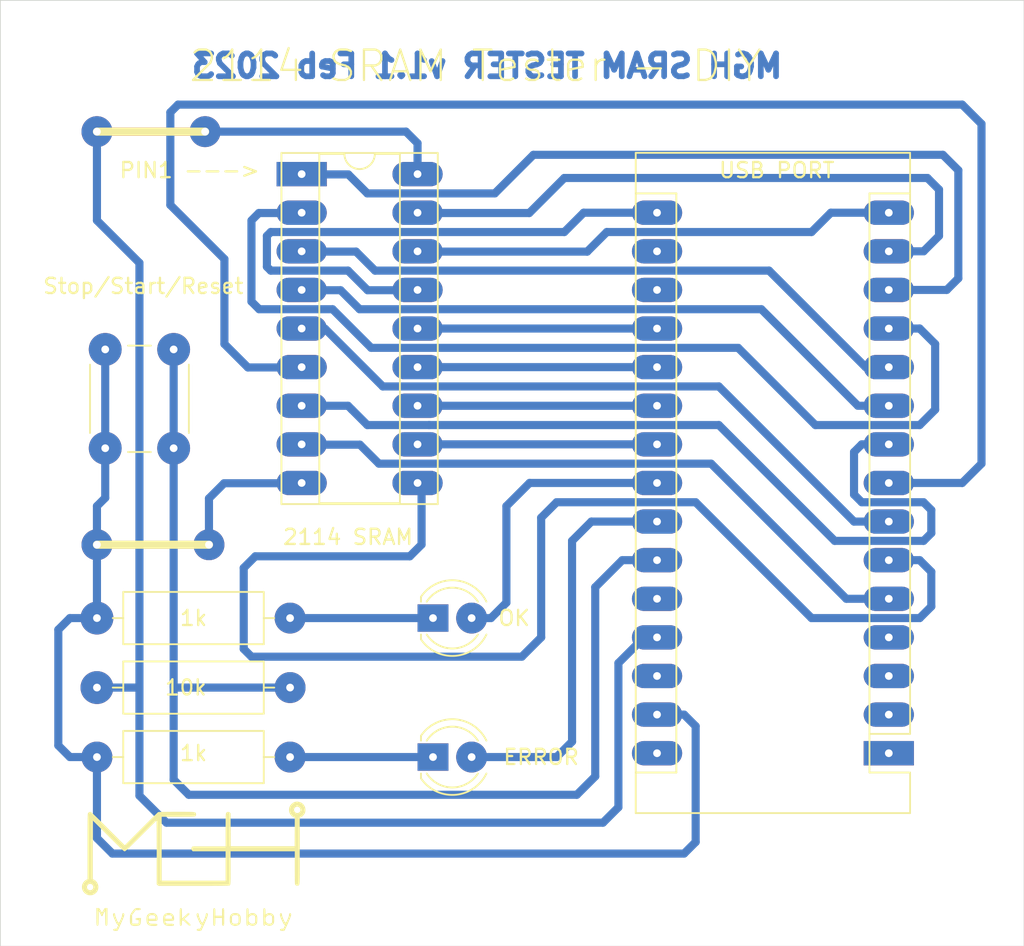
<source format=kicad_pcb>
(kicad_pcb (version 20211014) (generator pcbnew)
  (layers (0 "F.Cu" signal) (31 "B.Cu" signal) (34 "B.Paste" user) (35 "F.Paste" user) (36 "B.SilkS" user "B.Silkscreen") (37 "F.SilkS" user "F.Silkscreen") (38 "B.Mask" user) (39 "F.Mask" user) (44 "Edge.Cuts" user))
  (net 0 "")
  (net 1 "SRAM_A9")
  (net 2 "SRAM_A8")
  (net 4 "SRAM_A7")
  (net 5 "GND")
  (net 6 "SRAM_A6")
  (net 8 "SRAM_A5")
  (net 9 "5vPower")
  (net 10 "SRAM_A4")
  (net 12 "SRAM_A3")
  (net 13 "SRAM_A2")
  (net 14 "Red_LED")
  (net 15 "SRAM_A1")
  (net 16 "Green_LED")
  (net 17 "SRAM_A0")
  (net 18 "Data_4")
  (net 19 "Write_Enable")
  (net 20 "Data_3")
  (net 21 "Chip_Select")
  (net 22 "Data_2")
  (net 23 "Data_1")
  (net 29 "Net-(D1-Pad1)")
  (net 30 "Net-(D2-Pad1)")
  (net 31 "Switch")
  (footprint "LED_THT:LED_D4.0mm" (layer "F.Cu") (at 119.38 99.568)
    (fp_text reference "D1" hide)
    (fp_text value "RED LED")
    (pad "1" thru_hole rect locked (at 0 0) (size 2.032 1.8) (drill 0.508) (layers *.Cu *.Mask) (net 29 "Net-(D1-Pad1)"))
    (pad "2" thru_hole circle locked (at 2.54 0) (size 2.032 2.032) (drill 0.508) (layers *.Cu *.Mask) (net 14 "Red_LED"))
  )
  (footprint "LED_THT:LED_D4.0mm" (layer "F.Cu") (at 119.38 90.424)
    (fp_text reference "D2" hide)
    (fp_text value "GREEN LED")
    (pad "1" thru_hole rect locked (at 0 0) (size 2.032 1.8) (drill 0.508) (layers *.Cu *.Mask) (net 30 "Net-(D2-Pad1)"))
    (pad "2" thru_hole circle locked (at 2.54 0) (size 2.032 2.032) (drill 0.508) (layers *.Cu *.Mask) (net 16 "Green_LED"))
  )
  (footprint "Package_DIP:DIP-18_W7.62mm_Socket" (layer "F.Cu") (at 110.744 61.214)
    (fp_text reference "J1" hide)
    (fp_text value "Conn_02x09_Counter_Clockwise")
    (pad "1" thru_hole rect (at 0 0) (size 3.302 1.6) (drill 0.508) (layers *.Cu *.Mask) (net 6 "SRAM_A6"))
    (pad "2" thru_hole oval (at 0 2.54) (size 3.302 1.6) (drill 0.508) (layers *.Cu *.Mask) (net 8 "SRAM_A5"))
    (pad "3" thru_hole oval (at 0 5.08) (size 3.302 1.6) (drill 0.508) (layers *.Cu *.Mask) (net 10 "SRAM_A4"))
    (pad "4" thru_hole oval (at 0 7.62) (size 3.302 1.6) (drill 0.508) (layers *.Cu *.Mask) (net 12 "SRAM_A3"))
    (pad "5" thru_hole oval (at 0 10.16) (size 3.302 1.6) (drill 0.508) (layers *.Cu *.Mask) (net 17 "SRAM_A0"))
    (pad "6" thru_hole oval (at 0 12.7) (size 3.302 1.6) (drill 0.508) (layers *.Cu *.Mask) (net 15 "SRAM_A1"))
    (pad "7" thru_hole oval (at 0 15.24) (size 3.302 1.6) (drill 0.508) (layers *.Cu *.Mask) (net 13 "SRAM_A2"))
    (pad "8" thru_hole oval (at 0 17.78) (size 3.302 1.6) (drill 0.508) (layers *.Cu *.Mask) (net 21 "Chip_Select"))
    (pad "9" thru_hole oval (at 0 20.32) (size 3.302 1.6) (drill 0.508) (layers *.Cu *.Mask) (net 5 "GND"))
    (pad "10" thru_hole oval (at 7.62 20.32) (size 3.302 1.6) (drill 0.508) (layers *.Cu *.Mask) (net 19 "Write_Enable"))
    (pad "11" thru_hole oval (at 7.62 17.78) (size 3.302 1.6) (drill 0.508) (layers *.Cu *.Mask) (net 18 "Data_4"))
    (pad "12" thru_hole oval (at 7.62 15.24) (size 3.302 1.6) (drill 0.508) (layers *.Cu *.Mask) (net 20 "Data_3"))
    (pad "13" thru_hole oval (at 7.62 12.7) (size 3.302 1.6) (drill 0.508) (layers *.Cu *.Mask) (net 22 "Data_2"))
    (pad "14" thru_hole oval (at 7.62 10.16) (size 3.302 1.6) (drill 0.508) (layers *.Cu *.Mask) (net 23 "Data_1"))
    (pad "15" thru_hole oval (at 7.62 7.62) (size 3.302 1.6) (drill 0.508) (layers *.Cu *.Mask) (net 1 "SRAM_A9"))
    (pad "16" thru_hole oval (at 7.62 5.08) (size 3.302 1.6) (drill 0.508) (layers *.Cu *.Mask) (net 2 "SRAM_A8"))
    (pad "17" thru_hole oval (at 7.62 2.54) (size 3.302 1.6) (drill 0.508) (layers *.Cu *.Mask) (net 4 "SRAM_A7"))
    (pad "18" thru_hole oval (at 7.62 0) (size 3.302 1.6) (drill 0.508) (layers *.Cu *.Mask) (net 9 "5vPower"))
  )
  (footprint "Module:Arduino_Nano" (layer "F.Cu") (at 149.352 99.314 180)
    (fp_text reference "A1" hide)
    (fp_text value "Arduino_Nano_v3.x")
    (pad "1" thru_hole rect (at 0 0 180) (size 3.302 1.6) (drill 0.508) (layers *.Cu *.Mask))
    (pad "2" thru_hole oval (at 0 2.54 180) (size 3.302 1.6) (drill 0.508) (layers *.Cu *.Mask))
    (pad "3" thru_hole oval (at 0 5.08 180) (size 3.302 1.6) (drill 0.508) (layers *.Cu *.Mask))
    (pad "4" thru_hole oval (at 0 7.62 180) (size 3.302 1.6) (drill 0.508) (layers *.Cu *.Mask))
    (pad "5" thru_hole oval (at 0 10.16 180) (size 3.302 1.6) (drill 0.508) (layers *.Cu *.Mask) (net 21 "Chip_Select"))
    (pad "6" thru_hole oval (at 0 12.7 180) (size 3.302 1.6) (drill 0.508) (layers *.Cu *.Mask) (net 19 "Write_Enable"))
    (pad "7" thru_hole oval (at 0 15.24 180) (size 3.302 1.6) (drill 0.508) (layers *.Cu *.Mask) (net 17 "SRAM_A0"))
    (pad "8" thru_hole oval (at 0 17.78 180) (size 3.302 1.6) (drill 0.508) (layers *.Cu *.Mask) (net 15 "SRAM_A1"))
    (pad "9" thru_hole oval (at 0 20.32 180) (size 3.302 1.6) (drill 0.508) (layers *.Cu *.Mask) (net 13 "SRAM_A2"))
    (pad "10" thru_hole oval (at 0 22.86 180) (size 3.302 1.6) (drill 0.508) (layers *.Cu *.Mask) (net 12 "SRAM_A3"))
    (pad "11" thru_hole oval (at 0 25.4 180) (size 3.302 1.6) (drill 0.508) (layers *.Cu *.Mask) (net 10 "SRAM_A4"))
    (pad "12" thru_hole oval (at 0 27.94 180) (size 3.302 1.6) (drill 0.508) (layers *.Cu *.Mask) (net 8 "SRAM_A5"))
    (pad "13" thru_hole oval (at 0 30.48 180) (size 3.302 1.6) (drill 0.508) (layers *.Cu *.Mask) (net 6 "SRAM_A6"))
    (pad "14" thru_hole oval (at 0 33.02 180) (size 3.302 1.6) (drill 0.508) (layers *.Cu *.Mask) (net 4 "SRAM_A7"))
    (pad "15" thru_hole oval (at 0 35.56 180) (size 3.302 1.6) (drill 0.508) (layers *.Cu *.Mask) (net 2 "SRAM_A8"))
    (pad "16" thru_hole oval (at 15.24 35.56 180) (size 3.302 1.6) (drill 0.508) (layers *.Cu *.Mask) (net 1 "SRAM_A9"))
    (pad "17" thru_hole oval (at 15.24 33.02 180) (size 3.302 1.6) (drill 0.508) (layers *.Cu *.Mask))
    (pad "18" thru_hole oval (at 15.24 30.48 180) (size 3.302 1.6) (drill 0.508) (layers *.Cu *.Mask))
    (pad "19" thru_hole oval (at 15.24 27.94 180) (size 3.302 1.6) (drill 0.508) (layers *.Cu *.Mask) (net 23 "Data_1"))
    (pad "20" thru_hole oval (at 15.24 25.4 180) (size 3.302 1.6) (drill 0.508) (layers *.Cu *.Mask) (net 22 "Data_2"))
    (pad "21" thru_hole oval (at 15.24 22.86 180) (size 3.302 1.6) (drill 0.508) (layers *.Cu *.Mask) (net 20 "Data_3"))
    (pad "22" thru_hole oval (at 15.24 20.32 180) (size 3.302 1.6) (drill 0.508) (layers *.Cu *.Mask) (net 18 "Data_4"))
    (pad "23" thru_hole oval (at 15.24 17.78 180) (size 3.302 1.6) (drill 0.508) (layers *.Cu *.Mask) (net 16 "Green_LED"))
    (pad "24" thru_hole oval (at 15.24 15.24 180) (size 3.302 1.6) (drill 0.508) (layers *.Cu *.Mask) (net 14 "Red_LED"))
    (pad "25" thru_hole oval (at 15.24 12.7 180) (size 3.302 1.6) (drill 0.508) (layers *.Cu *.Mask) (net 31 "Switch"))
    (pad "26" thru_hole oval (at 15.24 10.16 180) (size 3.302 1.6) (drill 0.508) (layers *.Cu *.Mask))
    (pad "27" thru_hole oval (at 15.24 7.62 180) (size 3.302 1.6) (drill 0.508) (layers *.Cu *.Mask) (net 9 "5vPower"))
    (pad "28" thru_hole oval (at 15.24 5.08 180) (size 3.302 1.6) (drill 0.508) (layers *.Cu *.Mask))
    (pad "29" thru_hole oval (at 15.24 2.54 180) (size 3.302 1.6) (drill 0.508) (layers *.Cu *.Mask) (net 5 "GND"))
    (pad "30" thru_hole oval (at 15.24 0 180) (size 3.302 1.6) (drill 0.508) (layers *.Cu *.Mask))
  )
  (footprint "Resistor_THT:R_Axial_DIN0309_L9.0mm_D3.2mm_P12.70mm_Horizontal" (layer "F.Cu") (at 97.282 99.568)
    (fp_text reference "R1" hide)
    (fp_text value "330Ohms")
    (pad "1" thru_hole circle locked (at 0 0) (size 2.032 2.032) (drill 0.508) (layers *.Cu *.Mask) (net 5 "GND"))
    (pad "2" thru_hole circle locked (at 12.7 0) (size 2.032 2.032) (drill 0.508) (layers *.Cu *.Mask) (net 29 "Net-(D1-Pad1)"))
  )
  (footprint "Resistor_THT:R_Axial_DIN0309_L9.0mm_D3.2mm_P12.70mm_Horizontal" (layer "F.Cu") (at 109.982 90.424 180)
    (fp_text reference "R2" hide)
    (fp_text value "330Ohms")
    (pad "1" thru_hole circle locked (at 0 0 180) (size 2.032 2.032) (drill 0.508) (layers *.Cu *.Mask) (net 30 "Net-(D2-Pad1)"))
    (pad "2" thru_hole circle locked (at 12.7 0 180) (size 2.159 2.159) (drill 0.508) (layers *.Cu *.Mask) (net 5 "GND"))
  )
  (footprint "Resistor_THT:R_Axial_DIN0309_L9.0mm_D3.2mm_P12.70mm_Horizontal" (layer "F.Cu") (at 109.982 94.996 180)
    (fp_text reference "R3" hide)
    (fp_text value "10K Ohms")
    (pad "1" thru_hole circle locked (at 0 0 180) (size 2.032 2.032) (drill 0.508) (layers *.Cu *.Mask) (net 31 "Switch"))
    (pad "2" thru_hole circle locked (at 12.7 0 180) (size 2.159 2.159) (drill 0.508) (layers *.Cu *.Mask) (net 9 "5vPower"))
  )
  (footprint "Button_Switch_THT:SW_PUSH_6mm" (layer "F.Cu") (at 97.826 79.248 90)
    (fp_text reference "SW1" hide)
    (fp_text value "SW_Push" hide)
    (pad "1" thru_hole circle locked (at 6.5 0 180) (size 2.159 2.159) (drill 0.508) (layers *.Cu *.Mask) (net 5 "GND"))
    (pad "1" thru_hole circle locked (at 0 0 180) (size 2.159 2.159) (drill 0.508) (layers *.Cu *.Mask) (net 5 "GND"))
    (pad "2" thru_hole circle locked (at 0 4.5 180) (size 2.159 2.159) (drill 0.508) (layers *.Cu *.Mask) (net 31 "Switch"))
    (pad "2" thru_hole circle locked (at 6.5 4.5 180) (size 2.159 2.159) (drill 0.508) (layers *.Cu *.Mask) (net 31 "Switch"))
  )
  (footprint "LOGO" (layer "F.Cu") (at 103.632 107.188)
    (fp_text reference "G***" hide)
    (fp_text value "LOGO" hide)
  )
  (gr_line (start 97.282 85.598) (end 104.648 85.598) (layer "F.SilkS") (width 0.5334))
  (gr_line (start 97.282 58.42) (end 104.394 58.42) (layer "F.SilkS") (width 0.5334))
  (gr_line (start 90.932 49.784) (end 158.242 49.784) (layer "Edge.Cuts") (width 0.05))
  (gr_line (start 158.242 49.784) (end 158.242 112.014) (layer "Edge.Cuts") (width 0.05))
  (gr_line (start 158.242 112.014) (end 90.932 112.014) (layer "Edge.Cuts") (width 0.05))
  (gr_line (start 90.932 112.014) (end 90.932 49.784) (layer "Edge.Cuts") (width 0.05))
  (gr_text "MGH SRAM TESTER v1.1 Feb 2023" (at 122.936 54.102) (layer "B.Cu") (effects (font (size 1.5 1.5) (thickness 0.375)) (justify mirror)))
  (gr_text "1k" (at 103.632 99.314) (layer "F.SilkS") (effects (font (size 1 1))))
  (gr_text "PIN1 --->" (at 103.378 60.96) (layer "F.SilkS") (effects (font (size 1 1))))
  (gr_text "Stop/Start/Reset" (at 100.33 68.58) (layer "F.SilkS") (effects (font (size 1 1))))
  (gr_text "ERROR" (at 126.492 99.568) (layer "F.SilkS") (effects (font (size 1 1))))
  (gr_text "2114 SRAM Tester - DIY" (at 122.174 54.102) (layer "F.SilkS") (effects (font (size 2 2))))
  (gr_text "USB PORT\n" (at 141.986 60.96) (layer "F.SilkS") (effects (font (size 1 1))))
  (gr_text "10k" (at 103.124 94.996) (layer "F.SilkS") (effects (font (size 1 1))))
  (gr_text "2114 SRAM" (at 113.792 85.09) (layer "F.SilkS") (effects (font (size 1 1))))
  (gr_text "1k\n" (at 103.632 90.424) (layer "F.SilkS") (effects (font (size 1 1))))
  (gr_text "OK" (at 124.714 90.424) (layer "F.SilkS") (effects (font (size 1 1))))
  (segment (start 113.792 67.564) (end 108.712 67.564) (width 0.5334) (layer "B.Cu") (net 1))
  (segment (start 108.458 67.31) (end 108.458 65.278) (width 0.5334) (layer "B.Cu") (net 1))
  (segment (start 108.712 67.564) (end 108.458 67.31) (width 0.5334) (layer "B.Cu") (net 1))
  (segment (start 118.628 68.854) (end 115.082 68.854) (width 0.5334) (layer "B.Cu") (net 1))
  (segment (start 108.712 65.024) (end 128.016 65.024) (width 0.5334) (layer "B.Cu") (net 1))
  (segment (start 115.082 68.854) (end 113.792 67.564) (width 0.5334) (layer "B.Cu") (net 1))
  (segment (start 129.286 63.754) (end 134.112 63.754) (width 0.5334) (layer "B.Cu") (net 1))
  (segment (start 128.016 65.024) (end 129.286 63.754) (width 0.5334) (layer "B.Cu") (net 1))
  (segment (start 108.458 65.278) (end 108.712 65.024) (width 0.5334) (layer "B.Cu") (net 1))
  (segment (start 118.628 66.314) (end 129.52 66.314) (width 0.5334) (layer "B.Cu") (net 2))
  (segment (start 145.542 63.754) (end 149.352 63.754) (width 0.5334) (layer "B.Cu") (net 2))
  (segment (start 144.272 65.024) (end 145.542 63.754) (width 0.5334) (layer "B.Cu") (net 2))
  (segment (start 130.81 65.024) (end 144.272 65.024) (width 0.5334) (layer "B.Cu") (net 2))
  (segment (start 129.52 66.314) (end 130.81 65.024) (width 0.5334) (layer "B.Cu") (net 2))
  (segment (start 128.016 61.468) (end 151.892 61.468) (width 0.5334) (layer "B.Cu") (net 4))
  (segment (start 152.654 62.23) (end 152.654 65.278) (width 0.5334) (layer "B.Cu") (net 4))
  (segment (start 118.628 63.774) (end 125.71 63.774) (width 0.5334) (layer "B.Cu") (net 4))
  (segment (start 151.892 61.468) (end 152.654 62.23) (width 0.5334) (layer "B.Cu") (net 4))
  (segment (start 151.638 66.294) (end 149.352 66.294) (width 0.5334) (layer "B.Cu") (net 4))
  (segment (start 125.71 63.774) (end 128.016 61.468) (width 0.5334) (layer "B.Cu") (net 4))
  (segment (start 152.654 65.278) (end 151.638 66.294) (width 0.5334) (layer "B.Cu") (net 4))
  (segment (start 104.648 85.598) (end 97.282 85.598) (width 0.5334) (layer "F.Cu") (net 5))
  (via (at 97.282 85.598) (size 2.032) (drill 0.508) (layers "F.Cu" "B.Cu") (net 5))
  (via (at 104.648 85.598) (size 2.032) (drill 0.508) (layers "F.Cu" "B.Cu") (net 5))
  (segment (start 95.504 90.424) (end 97.282 90.424) (width 0.5334) (layer "B.Cu") (net 5))
  (segment (start 94.742 98.806) (end 94.742 91.186) (width 0.5334) (layer "B.Cu") (net 5))
  (segment (start 97.282 90.424) (end 97.282 85.598) (width 0.5334) (layer "B.Cu") (net 5))
  (segment (start 104.648 82.55) (end 104.648 85.598) (width 0.5334) (layer "B.Cu") (net 5))
  (segment (start 111.008 81.554) (end 105.644 81.554) (width 0.5334) (layer "B.Cu") (net 5))
  (segment (start 136.652 97.536) (end 136.652 105.156) (width 0.5334) (layer "B.Cu") (net 5))
  (segment (start 97.282 104.902) (end 97.282 99.568) (width 0.5334) (layer "B.Cu") (net 5))
  (segment (start 98.298 105.918) (end 97.282 104.902) (width 0.5334) (layer "B.Cu") (net 5))
  (segment (start 136.652 105.156) (end 135.89 105.918) (width 0.5334) (layer "B.Cu") (net 5))
  (segment (start 95.504 99.568) (end 94.742 98.806) (width 0.5334) (layer "B.Cu") (net 5))
  (segment (start 97.282 83.058) (end 97.282 85.598) (width 0.5334) (layer "B.Cu") (net 5))
  (segment (start 97.826 79.248) (end 97.826 72.748) (width 0.5334) (layer "B.Cu") (net 5))
  (segment (start 97.826 79.248) (end 97.826 82.514) (width 0.5334) (layer "B.Cu") (net 5))
  (segment (start 97.282 99.568) (end 95.504 99.568) (width 0.5334) (layer "B.Cu") (net 5))
  (segment (start 134.112 96.774) (end 135.89 96.774) (width 0.5334) (layer "B.Cu") (net 5))
  (segment (start 135.89 96.774) (end 136.652 97.536) (width 0.5334) (layer "B.Cu") (net 5))
  (segment (start 94.742 91.186) (end 95.504 90.424) (width 0.5334) (layer "B.Cu") (net 5))
  (segment (start 135.89 105.918) (end 98.298 105.918) (width 0.5334) (layer "B.Cu") (net 5))
  (segment (start 97.826 82.514) (end 97.282 83.058) (width 0.5334) (layer "B.Cu") (net 5))
  (segment (start 105.644 81.554) (end 104.648 82.55) (width 0.5334) (layer "B.Cu") (net 5))
  (segment (start 123.444 62.484) (end 125.984 59.944) (width 0.5334) (layer "B.Cu") (net 6))
  (segment (start 153.162 68.834) (end 149.352 68.834) (width 0.5334) (layer "B.Cu") (net 6))
  (segment (start 152.908 59.944) (end 153.924 60.96) (width 0.5334) (layer "B.Cu") (net 6))
  (segment (start 125.984 59.944) (end 152.908 59.944) (width 0.5334) (layer "B.Cu") (net 6))
  (segment (start 153.924 60.96) (end 153.924 68.072) (width 0.5334) (layer "B.Cu") (net 6))
  (segment (start 115.062 62.484) (end 123.444 62.484) (width 0.5334) (layer "B.Cu") (net 6))
  (segment (start 111.008 61.234) (end 113.812 61.234) (width 0.5334) (layer "B.Cu") (net 6))
  (segment (start 153.924 68.072) (end 153.162 68.834) (width 0.5334) (layer "B.Cu") (net 6))
  (segment (start 113.812 61.234) (end 115.062 62.484) (width 0.5334) (layer "B.Cu") (net 6))
  (segment (start 107.95 70.104) (end 112.776 70.104) (width 0.5334) (layer "B.Cu") (net 8))
  (segment (start 151.384 71.374) (end 149.352 71.374) (width 0.5334) (layer "B.Cu") (net 8))
  (segment (start 107.442 69.596) (end 107.95 70.104) (width 0.5334) (layer "B.Cu") (net 8))
  (segment (start 151.384 77.724) (end 152.4 76.708) (width 0.5334) (layer "B.Cu") (net 8))
  (segment (start 139.446 72.644) (end 144.526 77.724) (width 0.5334) (layer "B.Cu") (net 8))
  (segment (start 152.4 72.39) (end 151.384 71.374) (width 0.5334) (layer "B.Cu") (net 8))
  (segment (start 107.442 64.302) (end 107.442 69.596) (width 0.5334) (layer "B.Cu") (net 8))
  (segment (start 152.4 76.708) (end 152.4 72.39) (width 0.5334) (layer "B.Cu") (net 8))
  (segment (start 107.93 63.774) (end 107.442 64.262) (width 0.5334) (layer "B.Cu") (net 8))
  (segment (start 111.008 63.774) (end 107.93 63.774) (width 0.5334) (layer "B.Cu") (net 8))
  (segment (start 115.316 72.644) (end 139.446 72.644) (width 0.5334) (layer "B.Cu") (net 8))
  (segment (start 112.776 70.104) (end 115.316 72.644) (width 0.5334) (layer "B.Cu") (net 8))
  (segment (start 144.526 77.724) (end 151.384 77.724) (width 0.5334) (layer "B.Cu") (net 8))
  (segment (start 97.282 58.42) (end 104.394 58.42) (width 0.5334) (layer "F.Cu") (net 9))
  (via (at 97.282 58.42) (size 2.032) (drill 0.508) (layers "F.Cu" "B.Cu") (net 9))
  (via (at 104.394 58.42) (size 2.032) (drill 0.508) (layers "F.Cu" "B.Cu") (net 9))
  (segment (start 101.854 103.886) (end 100.076 102.108) (width 0.5334) (layer "B.Cu") (net 9))
  (segment (start 131.572 93.383) (end 131.572 102.87) (width 0.5334) (layer "B.Cu") (net 9))
  (segment (start 130.556 103.886) (end 101.854 103.886) (width 0.5334) (layer "B.Cu") (net 9))
  (segment (start 100.076 94.996) (end 100.076 67.056) (width 0.5334) (layer "B.Cu") (net 9))
  (segment (start 133.261 91.694) (end 131.572 93.383) (width 0.5334) (layer "B.Cu") (net 9))
  (segment (start 134.112 91.694) (end 133.261 91.694) (width 0.5334) (layer "B.Cu") (net 9))
  (segment (start 97.282 64.262) (end 97.282 58.42) (width 0.5334) (layer "B.Cu") (net 9))
  (segment (start 97.282 94.996) (end 100.076 94.996) (width 0.5334) (layer "B.Cu") (net 9))
  (segment (start 118.364 59.182) (end 117.602 58.42) (width 0.5334) (layer "B.Cu") (net 9))
  (segment (start 100.076 67.056) (end 97.282 64.262) (width 0.5334) (layer "B.Cu") (net 9))
  (segment (start 100.076 102.108) (end 100.076 94.996) (width 0.5334) (layer "B.Cu") (net 9))
  (segment (start 131.572 102.87) (end 130.556 103.886) (width 0.5334) (layer "B.Cu") (net 9))
  (segment (start 118.364 61.214) (end 118.364 59.182) (width 0.5334) (layer "B.Cu") (net 9))
  (segment (start 117.602 58.42) (end 104.394 58.42) (width 0.5334) (layer "B.Cu") (net 9))
  (segment (start 147.828 73.914) (end 141.478 67.564) (width 0.5334) (layer "B.Cu") (net 10))
  (segment (start 115.57 67.564) (end 114.32 66.314) (width 0.5334) (layer "B.Cu") (net 10))
  (segment (start 149.352 73.914) (end 147.828 73.914) (width 0.5334) (layer "B.Cu") (net 10))
  (segment (start 141.478 67.564) (end 115.57 67.564) (width 0.5334) (layer "B.Cu") (net 10))
  (segment (start 114.32 66.314) (end 111.008 66.314) (width 0.5334) (layer "B.Cu") (net 10))
  (segment (start 149.352 76.454) (end 147.32 76.454) (width 0.5334) (layer "B.Cu") (net 12))
  (segment (start 114.554 70.104) (end 113.304 68.854) (width 0.5334) (layer "B.Cu") (net 12))
  (segment (start 140.97 70.104) (end 114.554 70.104) (width 0.5334) (layer "B.Cu") (net 12))
  (segment (start 147.32 76.454) (end 140.97 70.104) (width 0.5334) (layer "B.Cu") (net 12))
  (segment (start 113.304 68.854) (end 111.008 68.854) (width 0.5334) (layer "B.Cu") (net 12))
  (segment (start 119.126 77.724) (end 138.176 77.724) (width 0.5334) (layer "B.Cu") (net 13))
  (segment (start 147.066 82.296) (end 147.066 79.502) (width 0.5334) (layer "B.Cu") (net 13))
  (segment (start 152.146 84.836) (end 152.146 83.312) (width 0.5334) (layer "B.Cu") (net 13))
  (segment (start 138.176 77.724) (end 145.796 85.344) (width 0.5334) (layer "B.Cu") (net 13))
  (segment (start 115.062 77.724) (end 119.126 77.724) (width 0.5334) (layer "B.Cu") (net 13))
  (segment (start 151.638 85.344) (end 152.146 84.836) (width 0.5334) (layer "B.Cu") (net 13))
  (segment (start 147.574 78.994) (end 149.352 78.994) (width 0.5334) (layer "B.Cu") (net 13))
  (segment (start 147.574 82.804) (end 147.066 82.296) (width 0.5334) (layer "B.Cu") (net 13))
  (segment (start 147.066 79.502) (end 147.574 78.994) (width 0.5334) (layer "B.Cu") (net 13))
  (segment (start 145.796 85.344) (end 151.638 85.344) (width 0.5334) (layer "B.Cu") (net 13))
  (segment (start 152.146 83.312) (end 151.638 82.804) (width 0.5334) (layer "B.Cu") (net 13))
  (segment (start 114.046 76.708) (end 115.062 77.724) (width 0.5334) (layer "B.Cu") (net 13))
  (segment (start 151.638 82.804) (end 147.574 82.804) (width 0.5334) (layer "B.Cu") (net 13))
  (segment (start 110.744 76.454) (end 113.792 76.454) (width 0.5334) (layer "B.Cu") (net 13))
  (segment (start 113.792 76.454) (end 114.046 76.708) (width 0.5334) (layer "B.Cu") (net 13))
  (segment (start 134.112 84.074) (end 129.794 84.074) (width 0.5334) (layer "B.Cu") (net 14))
  (segment (start 129.794 84.074) (end 128.524 85.344) (width 0.5334) (layer "B.Cu") (net 14))
  (segment (start 128.524 85.344) (end 128.524 98.552) (width 0.5334) (layer "B.Cu") (net 14))
  (segment (start 127.508 99.568) (end 122.174 99.568) (width 0.5334) (layer "B.Cu") (net 14))
  (segment (start 128.524 98.552) (end 127.508 99.568) (width 0.5334) (layer "B.Cu") (net 14))
  (segment (start 111.008 73.934) (end 107.208 73.934) (width 0.5334) (layer "B.Cu") (net 15))
  (segment (start 155.448 80.264) (end 154.178 81.534) (width 0.5334) (layer "B.Cu") (net 15))
  (segment (start 107.208 73.934) (end 105.664 72.39) (width 0.5334) (layer "B.Cu") (net 15))
  (segment (start 155.448 57.912) (end 155.448 80.264) (width 0.5334) (layer "B.Cu") (net 15))
  (segment (start 102.108 57.15) (end 102.616 56.642) (width 0.5334) (layer "B.Cu") (net 15))
  (segment (start 154.178 81.534) (end 149.352 81.534) (width 0.5334) (layer "B.Cu") (net 15))
  (segment (start 102.108 63.246) (end 102.108 57.15) (width 0.5334) (layer "B.Cu") (net 15))
  (segment (start 105.664 66.802) (end 102.108 63.246) (width 0.5334) (layer "B.Cu") (net 15))
  (segment (start 154.178 56.642) (end 155.448 57.912) (width 0.5334) (layer "B.Cu") (net 15))
  (segment (start 105.664 72.39) (end 105.664 66.802) (width 0.5334) (layer "B.Cu") (net 15))
  (segment (start 102.616 56.642) (end 154.178 56.642) (width 0.5334) (layer "B.Cu") (net 15))
  (segment (start 125.73 81.534) (end 124.206 83.058) (width 0.5334) (layer "B.Cu") (net 16))
  (segment (start 134.112 81.534) (end 125.73 81.534) (width 0.5334) (layer "B.Cu") (net 16))
  (segment (start 123.19 90.424) (end 121.92 90.424) (width 0.5334) (layer "B.Cu") (net 16))
  (segment (start 124.206 83.058) (end 124.206 89.408) (width 0.5334) (layer "B.Cu") (net 16))
  (segment (start 124.206 89.408) (end 123.19 90.424) (width 0.5334) (layer "B.Cu") (net 16))
  (segment (start 147.066 84.074) (end 138.176 75.184) (width 0.5334) (layer "B.Cu") (net 17))
  (segment (start 116.078 75.184) (end 112.288 71.394) (width 0.5334) (layer "B.Cu") (net 17))
  (segment (start 112.288 71.394) (end 111.008 71.394) (width 0.5334) (layer "B.Cu") (net 17))
  (segment (start 149.352 84.074) (end 147.066 84.074) (width 0.5334) (layer "B.Cu") (net 17))
  (segment (start 138.176 75.184) (end 116.078 75.184) (width 0.5334) (layer "B.Cu") (net 17))
  (segment (start 134.112 78.994) (end 118.648 78.994) (width 0.5334) (layer "B.Cu") (net 18))
  (segment (start 118.648 78.994) (end 118.628 79.014) (width 0.5334) (layer "B.Cu") (net 18))
  (segment (start 106.934 92.456) (end 107.442 92.964) (width 0.5334) (layer "B.Cu") (net 19))
  (segment (start 107.442 92.964) (end 125.222 92.964) (width 0.5334) (layer "B.Cu") (net 19))
  (segment (start 117.856 86.36) (end 107.696 86.36) (width 0.5334) (layer "B.Cu") (net 19))
  (segment (start 127.508 82.804) (end 136.652 82.804) (width 0.5334) (layer "B.Cu") (net 19))
  (segment (start 126.492 91.694) (end 126.492 83.82) (width 0.5334) (layer "B.Cu") (net 19))
  (segment (start 152.146 87.376) (end 151.384 86.614) (width 0.5334) (layer "B.Cu") (net 19))
  (segment (start 125.222 92.964) (end 126.492 91.694) (width 0.5334) (layer "B.Cu") (net 19))
  (segment (start 151.384 86.614) (end 149.352 86.614) (width 0.5334) (layer "B.Cu") (net 19))
  (segment (start 106.934 87.122) (end 106.934 92.456) (width 0.5334) (layer "B.Cu") (net 19))
  (segment (start 126.492 83.82) (end 127.508 82.804) (width 0.5334) (layer "B.Cu") (net 19))
  (segment (start 118.628 81.554) (end 118.628 85.588) (width 0.5334) (layer "B.Cu") (net 19))
  (segment (start 151.384 90.424) (end 152.146 89.662) (width 0.5334) (layer "B.Cu") (net 19))
  (segment (start 107.696 86.36) (end 106.934 87.122) (width 0.5334) (layer "B.Cu") (net 19))
  (segment (start 118.628 85.588) (end 117.856 86.36) (width 0.5334) (layer "B.Cu") (net 19))
  (segment (start 136.652 82.804) (end 144.272 90.424) (width 0.5334) (layer "B.Cu") (net 19))
  (segment (start 144.272 90.424) (end 151.384 90.424) (width 0.5334) (layer "B.Cu") (net 19))
  (segment (start 152.146 89.662) (end 152.146 87.376) (width 0.5334) (layer "B.Cu") (net 19))
  (segment (start 134.112 76.454) (end 118.648 76.454) (width 0.5334) (layer "B.Cu") (net 20))
  (segment (start 118.648 76.454) (end 118.628 76.474) (width 0.5334) (layer "B.Cu") (net 20))
  (segment (start 114.574 79.014) (end 115.824 80.264) (width 0.5334) (layer "B.Cu") (net 21))
  (segment (start 137.668 80.264) (end 146.558 89.154) (width 0.5334) (layer "B.Cu") (net 21))
  (segment (start 115.824 80.264) (end 137.668 80.264) (width 0.5334) (layer "B.Cu") (net 21))
  (segment (start 111.008 79.014) (end 114.574 79.014) (width 0.5334) (layer "B.Cu") (net 21))
  (segment (start 146.558 89.154) (end 149.352 89.154) (width 0.5334) (layer "B.Cu") (net 21))
  (segment (start 118.648 73.914) (end 118.628 73.934) (width 0.5334) (layer "B.Cu") (net 22))
  (segment (start 134.112 73.914) (end 118.648 73.914) (width 0.5334) (layer "B.Cu") (net 22))
  (segment (start 118.648 71.374) (end 118.628 71.394) (width 0.5334) (layer "B.Cu") (net 23))
  (segment (start 134.112 71.374) (end 118.648 71.374) (width 0.5334) (layer "B.Cu") (net 23))
  (segment (start 119.126 99.568) (end 110.236 99.568) (width 0.5334) (layer "B.Cu") (net 29))
  (segment (start 119.38 90.424) (end 109.982 90.424) (width 0.5334) (layer "B.Cu") (net 30))
  (segment (start 102.362 94.996) (end 102.326 94.96) (width 0.5334) (layer "B.Cu") (net 31))
  (segment (start 102.326 101.056) (end 102.326 94.96) (width 0.5334) (layer "B.Cu") (net 31))
  (segment (start 130.048 100.838) (end 128.836499 102.049501) (width 0.5334) (layer "B.Cu") (net 31))
  (segment (start 130.048 88.392) (end 130.048 100.838) (width 0.5334) (layer "B.Cu") (net 31))
  (segment (start 128.836499 102.049501) (end 103.319501 102.049501) (width 0.5334) (layer "B.Cu") (net 31))
  (segment (start 134.112 86.614) (end 131.826 86.614) (width 0.5334) (layer "B.Cu") (net 31))
  (segment (start 103.319501 102.049501) (end 102.326 101.056) (width 0.5334) (layer "B.Cu") (net 31))
  (segment (start 131.826 86.614) (end 130.048 88.392) (width 0.5334) (layer "B.Cu") (net 31))
  (segment (start 109.982 94.996) (end 102.362 94.996) (width 0.5334) (layer "B.Cu") (net 31))
  (segment (start 102.326 94.96) (end 102.326 79.248) (width 0.5334) (layer "B.Cu") (net 31))
  (segment (start 102.326 72.748) (end 102.326 79.248) (width 0.5334) (layer "B.Cu") (net 31))
)
</source>
